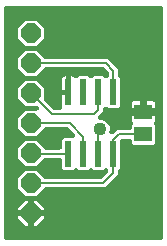
<source format=gbr>
G04 EAGLE Gerber RS-274X export*
G75*
%MOMM*%
%FSLAX34Y34*%
%LPD*%
%INTop Copper*%
%IPPOS*%
%AMOC8*
5,1,8,0,0,1.08239X$1,22.5*%
G01*
%ADD10R,0.600000X2.200000*%
%ADD11R,1.500000X1.300000*%
%ADD12P,1.759533X8X22.500000*%
%ADD13C,0.203200*%
%ADD14C,1.016000*%
%ADD15C,1.108000*%

G36*
X135146Y2543D02*
X135146Y2543D01*
X135164Y2541D01*
X135346Y2562D01*
X135529Y2581D01*
X135546Y2586D01*
X135563Y2588D01*
X135738Y2645D01*
X135914Y2699D01*
X135929Y2707D01*
X135946Y2713D01*
X136106Y2803D01*
X136268Y2891D01*
X136281Y2902D01*
X136297Y2911D01*
X136436Y3031D01*
X136577Y3148D01*
X136588Y3162D01*
X136602Y3174D01*
X136714Y3319D01*
X136829Y3462D01*
X136837Y3478D01*
X136848Y3492D01*
X136930Y3657D01*
X137015Y3819D01*
X137020Y3836D01*
X137028Y3852D01*
X137075Y4031D01*
X137126Y4206D01*
X137128Y4224D01*
X137132Y4241D01*
X137159Y4572D01*
X137159Y198628D01*
X137157Y198646D01*
X137159Y198664D01*
X137138Y198846D01*
X137119Y199029D01*
X137114Y199046D01*
X137112Y199063D01*
X137055Y199238D01*
X137001Y199414D01*
X136993Y199429D01*
X136987Y199446D01*
X136897Y199606D01*
X136809Y199768D01*
X136798Y199781D01*
X136789Y199797D01*
X136669Y199936D01*
X136552Y200077D01*
X136538Y200088D01*
X136526Y200102D01*
X136381Y200214D01*
X136238Y200329D01*
X136222Y200337D01*
X136208Y200348D01*
X136043Y200430D01*
X135881Y200515D01*
X135864Y200520D01*
X135848Y200528D01*
X135669Y200575D01*
X135494Y200626D01*
X135476Y200628D01*
X135459Y200632D01*
X135128Y200659D01*
X4572Y200659D01*
X4554Y200657D01*
X4536Y200659D01*
X4354Y200638D01*
X4171Y200619D01*
X4154Y200614D01*
X4137Y200612D01*
X3962Y200555D01*
X3786Y200501D01*
X3771Y200493D01*
X3754Y200487D01*
X3594Y200397D01*
X3432Y200309D01*
X3419Y200298D01*
X3403Y200289D01*
X3264Y200169D01*
X3123Y200052D01*
X3112Y200038D01*
X3098Y200026D01*
X2986Y199881D01*
X2871Y199738D01*
X2863Y199722D01*
X2852Y199708D01*
X2770Y199543D01*
X2685Y199381D01*
X2680Y199364D01*
X2672Y199348D01*
X2625Y199169D01*
X2574Y198994D01*
X2572Y198976D01*
X2568Y198959D01*
X2541Y198628D01*
X2541Y4572D01*
X2543Y4554D01*
X2541Y4536D01*
X2562Y4354D01*
X2581Y4171D01*
X2586Y4154D01*
X2588Y4137D01*
X2645Y3962D01*
X2699Y3786D01*
X2707Y3771D01*
X2713Y3754D01*
X2803Y3594D01*
X2891Y3432D01*
X2902Y3419D01*
X2911Y3403D01*
X3031Y3264D01*
X3148Y3123D01*
X3162Y3112D01*
X3174Y3098D01*
X3319Y2986D01*
X3462Y2871D01*
X3478Y2863D01*
X3492Y2852D01*
X3657Y2770D01*
X3819Y2685D01*
X3836Y2680D01*
X3852Y2672D01*
X4031Y2625D01*
X4206Y2574D01*
X4224Y2572D01*
X4241Y2568D01*
X4572Y2541D01*
X135128Y2541D01*
X135146Y2543D01*
G37*
%LPC*%
G36*
X20981Y40131D02*
X20981Y40131D01*
X14731Y46381D01*
X14731Y55219D01*
X20981Y61469D01*
X29819Y61469D01*
X36336Y54952D01*
X36357Y54935D01*
X36374Y54914D01*
X36512Y54807D01*
X36648Y54697D01*
X36671Y54684D01*
X36692Y54668D01*
X36849Y54590D01*
X37003Y54508D01*
X37029Y54500D01*
X37053Y54488D01*
X37222Y54443D01*
X37389Y54393D01*
X37416Y54391D01*
X37442Y54384D01*
X37772Y54357D01*
X84045Y54357D01*
X84072Y54359D01*
X84099Y54357D01*
X84273Y54379D01*
X84446Y54397D01*
X84471Y54404D01*
X84498Y54408D01*
X84664Y54463D01*
X84831Y54515D01*
X84855Y54528D01*
X84880Y54536D01*
X85031Y54623D01*
X85185Y54707D01*
X85205Y54724D01*
X85229Y54737D01*
X85482Y54952D01*
X90457Y59927D01*
X90469Y59941D01*
X90482Y59953D01*
X90596Y60097D01*
X90712Y60239D01*
X90721Y60254D01*
X90732Y60269D01*
X90815Y60433D01*
X90901Y60594D01*
X90906Y60612D01*
X90914Y60628D01*
X90963Y60804D01*
X91016Y60980D01*
X91017Y60998D01*
X91022Y61015D01*
X91035Y61198D01*
X91052Y61381D01*
X91050Y61399D01*
X91051Y61417D01*
X91029Y61598D01*
X91009Y61781D01*
X91003Y61799D01*
X91001Y61816D01*
X90943Y61990D01*
X90887Y62165D01*
X90878Y62181D01*
X90873Y62198D01*
X90781Y62358D01*
X90692Y62518D01*
X90681Y62531D01*
X90672Y62547D01*
X90457Y62800D01*
X90336Y62921D01*
X90322Y62932D01*
X90311Y62945D01*
X90167Y63059D01*
X90025Y63176D01*
X90009Y63184D01*
X89995Y63195D01*
X89832Y63278D01*
X89669Y63364D01*
X89652Y63369D01*
X89636Y63377D01*
X89459Y63427D01*
X89283Y63479D01*
X89265Y63481D01*
X89248Y63485D01*
X89064Y63499D01*
X88882Y63515D01*
X88864Y63513D01*
X88847Y63515D01*
X88663Y63492D01*
X88482Y63472D01*
X88465Y63467D01*
X88447Y63464D01*
X88273Y63406D01*
X88098Y63350D01*
X88082Y63342D01*
X88066Y63336D01*
X87906Y63244D01*
X87746Y63156D01*
X87732Y63144D01*
X87717Y63135D01*
X87464Y62921D01*
X86602Y62059D01*
X78498Y62059D01*
X77636Y62921D01*
X77623Y62932D01*
X77611Y62945D01*
X77466Y63060D01*
X77325Y63176D01*
X77309Y63184D01*
X77295Y63195D01*
X77131Y63278D01*
X76969Y63364D01*
X76952Y63369D01*
X76936Y63377D01*
X76759Y63427D01*
X76583Y63479D01*
X76565Y63481D01*
X76548Y63485D01*
X76365Y63499D01*
X76182Y63515D01*
X76164Y63513D01*
X76147Y63515D01*
X75965Y63492D01*
X75782Y63472D01*
X75765Y63467D01*
X75747Y63464D01*
X75574Y63406D01*
X75398Y63351D01*
X75382Y63342D01*
X75366Y63336D01*
X75207Y63245D01*
X75046Y63156D01*
X75032Y63144D01*
X75017Y63135D01*
X74764Y62921D01*
X73902Y62059D01*
X65798Y62059D01*
X64936Y62921D01*
X64923Y62932D01*
X64911Y62945D01*
X64766Y63060D01*
X64625Y63176D01*
X64609Y63184D01*
X64595Y63195D01*
X64431Y63278D01*
X64269Y63364D01*
X64252Y63369D01*
X64236Y63377D01*
X64059Y63427D01*
X63883Y63479D01*
X63865Y63481D01*
X63848Y63485D01*
X63665Y63499D01*
X63482Y63515D01*
X63464Y63513D01*
X63447Y63515D01*
X63265Y63492D01*
X63082Y63472D01*
X63065Y63467D01*
X63047Y63464D01*
X62874Y63406D01*
X62698Y63351D01*
X62682Y63342D01*
X62666Y63336D01*
X62507Y63245D01*
X62346Y63156D01*
X62332Y63144D01*
X62317Y63135D01*
X62064Y62921D01*
X61202Y62059D01*
X53098Y62059D01*
X51609Y63548D01*
X51609Y70012D01*
X51607Y70030D01*
X51609Y70048D01*
X51588Y70230D01*
X51569Y70413D01*
X51564Y70430D01*
X51562Y70447D01*
X51505Y70622D01*
X51451Y70798D01*
X51443Y70813D01*
X51437Y70830D01*
X51347Y70990D01*
X51259Y71152D01*
X51248Y71165D01*
X51239Y71181D01*
X51119Y71320D01*
X51002Y71461D01*
X50988Y71472D01*
X50976Y71486D01*
X50831Y71598D01*
X50688Y71713D01*
X50672Y71721D01*
X50658Y71732D01*
X50493Y71814D01*
X50331Y71899D01*
X50314Y71904D01*
X50298Y71912D01*
X50119Y71959D01*
X49944Y72010D01*
X49926Y72012D01*
X49909Y72016D01*
X49578Y72043D01*
X37172Y72043D01*
X37146Y72041D01*
X37119Y72043D01*
X36945Y72021D01*
X36772Y72003D01*
X36746Y71996D01*
X36720Y71992D01*
X36554Y71937D01*
X36387Y71885D01*
X36363Y71872D01*
X36338Y71864D01*
X36186Y71777D01*
X36033Y71693D01*
X36012Y71676D01*
X35989Y71663D01*
X35736Y71448D01*
X29819Y65531D01*
X20981Y65531D01*
X14731Y71781D01*
X14731Y80619D01*
X20981Y86869D01*
X29819Y86869D01*
X36201Y80487D01*
X36227Y80402D01*
X36235Y80387D01*
X36241Y80370D01*
X36331Y80210D01*
X36419Y80048D01*
X36430Y80035D01*
X36439Y80019D01*
X36559Y79880D01*
X36676Y79739D01*
X36690Y79728D01*
X36702Y79714D01*
X36847Y79602D01*
X36990Y79487D01*
X37006Y79479D01*
X37020Y79468D01*
X37185Y79386D01*
X37347Y79301D01*
X37364Y79296D01*
X37380Y79288D01*
X37559Y79241D01*
X37734Y79190D01*
X37752Y79188D01*
X37769Y79184D01*
X38100Y79157D01*
X49578Y79157D01*
X49596Y79159D01*
X49614Y79157D01*
X49796Y79178D01*
X49979Y79197D01*
X49996Y79202D01*
X50013Y79204D01*
X50188Y79261D01*
X50364Y79315D01*
X50379Y79323D01*
X50396Y79329D01*
X50556Y79419D01*
X50718Y79507D01*
X50731Y79518D01*
X50747Y79527D01*
X50886Y79647D01*
X51027Y79764D01*
X51038Y79778D01*
X51052Y79790D01*
X51164Y79935D01*
X51279Y80078D01*
X51287Y80094D01*
X51298Y80108D01*
X51380Y80273D01*
X51465Y80435D01*
X51470Y80452D01*
X51478Y80468D01*
X51525Y80647D01*
X51576Y80822D01*
X51578Y80840D01*
X51582Y80857D01*
X51609Y81188D01*
X51609Y87652D01*
X53098Y89141D01*
X60945Y89141D01*
X60954Y89142D01*
X60963Y89141D01*
X61155Y89162D01*
X61346Y89181D01*
X61355Y89183D01*
X61363Y89184D01*
X61546Y89242D01*
X61731Y89299D01*
X61739Y89303D01*
X61747Y89306D01*
X61916Y89399D01*
X62085Y89491D01*
X62092Y89496D01*
X62100Y89501D01*
X62247Y89625D01*
X62394Y89748D01*
X62400Y89755D01*
X62407Y89761D01*
X62526Y89912D01*
X62647Y90062D01*
X62651Y90070D01*
X62656Y90077D01*
X62744Y90250D01*
X62832Y90419D01*
X62835Y90428D01*
X62839Y90436D01*
X62890Y90620D01*
X62943Y90806D01*
X62944Y90815D01*
X62947Y90824D01*
X62961Y91017D01*
X62976Y91208D01*
X62975Y91216D01*
X62976Y91225D01*
X62952Y91418D01*
X62929Y91607D01*
X62927Y91616D01*
X62926Y91625D01*
X62864Y91808D01*
X62805Y91990D01*
X62800Y91998D01*
X62797Y92006D01*
X62701Y92173D01*
X62607Y92341D01*
X62601Y92348D01*
X62596Y92355D01*
X62382Y92608D01*
X57542Y97448D01*
X57521Y97465D01*
X57503Y97486D01*
X57366Y97592D01*
X57230Y97703D01*
X57206Y97716D01*
X57185Y97732D01*
X57029Y97810D01*
X56874Y97892D01*
X56849Y97900D01*
X56825Y97912D01*
X56656Y97957D01*
X56489Y98007D01*
X56462Y98009D01*
X56436Y98016D01*
X56105Y98043D01*
X37772Y98043D01*
X37746Y98041D01*
X37719Y98043D01*
X37545Y98021D01*
X37372Y98003D01*
X37346Y97996D01*
X37320Y97992D01*
X37154Y97937D01*
X36987Y97885D01*
X36963Y97872D01*
X36938Y97864D01*
X36786Y97777D01*
X36633Y97693D01*
X36612Y97676D01*
X36589Y97663D01*
X36336Y97448D01*
X29819Y90931D01*
X20981Y90931D01*
X14731Y97181D01*
X14731Y106019D01*
X20981Y112269D01*
X30197Y112269D01*
X30206Y112270D01*
X30215Y112269D01*
X30409Y112290D01*
X30598Y112309D01*
X30606Y112311D01*
X30615Y112312D01*
X30800Y112371D01*
X30983Y112427D01*
X30991Y112431D01*
X30999Y112434D01*
X31168Y112527D01*
X31337Y112619D01*
X31344Y112624D01*
X31352Y112629D01*
X31499Y112753D01*
X31646Y112876D01*
X31652Y112883D01*
X31659Y112889D01*
X31778Y113041D01*
X31899Y113190D01*
X31903Y113198D01*
X31908Y113205D01*
X31996Y113378D01*
X32084Y113547D01*
X32087Y113556D01*
X32091Y113564D01*
X32142Y113748D01*
X32195Y113934D01*
X32196Y113943D01*
X32199Y113952D01*
X32213Y114145D01*
X32228Y114336D01*
X32227Y114344D01*
X32228Y114353D01*
X32204Y114546D01*
X32181Y114735D01*
X32179Y114744D01*
X32178Y114753D01*
X32116Y114935D01*
X32057Y115118D01*
X32052Y115126D01*
X32049Y115134D01*
X31953Y115301D01*
X31859Y115469D01*
X31853Y115476D01*
X31848Y115483D01*
X31634Y115736D01*
X31613Y115753D01*
X31596Y115774D01*
X31458Y115881D01*
X31322Y115991D01*
X31299Y116004D01*
X31277Y116020D01*
X31120Y116098D01*
X30966Y116180D01*
X30941Y116188D01*
X30917Y116200D01*
X30747Y116245D01*
X30581Y116295D01*
X30554Y116297D01*
X30528Y116304D01*
X30197Y116331D01*
X20981Y116331D01*
X14731Y122581D01*
X14731Y131419D01*
X20981Y137669D01*
X29819Y137669D01*
X36069Y131419D01*
X36069Y122203D01*
X36071Y122176D01*
X36069Y122149D01*
X36091Y121975D01*
X36109Y121802D01*
X36116Y121776D01*
X36120Y121750D01*
X36176Y121584D01*
X36227Y121417D01*
X36240Y121393D01*
X36248Y121368D01*
X36335Y121217D01*
X36419Y121063D01*
X36436Y121043D01*
X36449Y121019D01*
X36664Y120766D01*
X44058Y113372D01*
X44079Y113355D01*
X44097Y113334D01*
X44234Y113227D01*
X44370Y113117D01*
X44393Y113104D01*
X44415Y113088D01*
X44572Y113010D01*
X44726Y112928D01*
X44751Y112920D01*
X44775Y112908D01*
X44945Y112863D01*
X45111Y112813D01*
X45138Y112811D01*
X45164Y112804D01*
X45495Y112777D01*
X49905Y112777D01*
X50052Y112791D01*
X50199Y112798D01*
X50252Y112811D01*
X50306Y112817D01*
X50447Y112860D01*
X50589Y112895D01*
X50639Y112919D01*
X50691Y112935D01*
X50820Y113005D01*
X50953Y113068D01*
X50997Y113101D01*
X51045Y113127D01*
X51158Y113221D01*
X51276Y113309D01*
X51312Y113349D01*
X51354Y113384D01*
X51446Y113499D01*
X51545Y113608D01*
X51572Y113655D01*
X51607Y113698D01*
X51674Y113829D01*
X51749Y113955D01*
X51767Y114007D01*
X51792Y114055D01*
X51833Y114197D01*
X51881Y114336D01*
X51888Y114390D01*
X51903Y114442D01*
X51915Y114589D01*
X51935Y114735D01*
X51932Y114789D01*
X51936Y114844D01*
X51919Y114990D01*
X51910Y115136D01*
X51896Y115189D01*
X51889Y115243D01*
X51852Y115357D01*
X51852Y115361D01*
X51609Y116265D01*
X51609Y125569D01*
X57150Y125569D01*
X57167Y125570D01*
X57185Y125569D01*
X57368Y125590D01*
X57550Y125608D01*
X57567Y125614D01*
X57585Y125616D01*
X57760Y125673D01*
X57935Y125727D01*
X57951Y125735D01*
X57968Y125741D01*
X58128Y125831D01*
X58289Y125918D01*
X58303Y125930D01*
X58318Y125939D01*
X58458Y126059D01*
X58598Y126176D01*
X58599Y126176D01*
X58599Y126177D01*
X58610Y126190D01*
X58623Y126202D01*
X58624Y126202D01*
X58736Y126347D01*
X58851Y126490D01*
X58860Y126506D01*
X58870Y126520D01*
X58952Y126685D01*
X59037Y126848D01*
X59042Y126865D01*
X59050Y126881D01*
X59098Y127059D01*
X59148Y127235D01*
X59150Y127252D01*
X59154Y127270D01*
X59181Y127600D01*
X59181Y141141D01*
X60485Y141141D01*
X61131Y140968D01*
X61710Y140633D01*
X62064Y140279D01*
X62078Y140268D01*
X62089Y140255D01*
X62233Y140141D01*
X62375Y140024D01*
X62391Y140016D01*
X62405Y140005D01*
X62569Y139921D01*
X62731Y139836D01*
X62748Y139831D01*
X62764Y139823D01*
X62941Y139773D01*
X63117Y139721D01*
X63135Y139719D01*
X63152Y139715D01*
X63335Y139701D01*
X63518Y139685D01*
X63536Y139687D01*
X63553Y139685D01*
X63735Y139708D01*
X63918Y139728D01*
X63935Y139733D01*
X63953Y139736D01*
X64127Y139794D01*
X64302Y139849D01*
X64318Y139858D01*
X64334Y139864D01*
X64493Y139955D01*
X64654Y140044D01*
X64668Y140056D01*
X64683Y140065D01*
X64936Y140279D01*
X65798Y141141D01*
X73902Y141141D01*
X74764Y140279D01*
X74778Y140268D01*
X74789Y140255D01*
X74933Y140141D01*
X75075Y140024D01*
X75091Y140016D01*
X75105Y140005D01*
X75269Y139921D01*
X75431Y139836D01*
X75448Y139831D01*
X75464Y139823D01*
X75641Y139773D01*
X75817Y139721D01*
X75835Y139719D01*
X75852Y139715D01*
X76035Y139701D01*
X76218Y139685D01*
X76236Y139687D01*
X76253Y139685D01*
X76435Y139708D01*
X76618Y139728D01*
X76635Y139733D01*
X76653Y139736D01*
X76827Y139794D01*
X77002Y139849D01*
X77018Y139858D01*
X77034Y139864D01*
X77193Y139955D01*
X77354Y140044D01*
X77368Y140056D01*
X77383Y140065D01*
X77636Y140279D01*
X78498Y141141D01*
X86602Y141141D01*
X87464Y140279D01*
X87477Y140268D01*
X87489Y140255D01*
X87633Y140140D01*
X87775Y140024D01*
X87791Y140016D01*
X87805Y140005D01*
X87968Y139922D01*
X88131Y139836D01*
X88148Y139831D01*
X88164Y139823D01*
X88340Y139774D01*
X88517Y139721D01*
X88535Y139719D01*
X88552Y139715D01*
X88734Y139701D01*
X88918Y139685D01*
X88935Y139687D01*
X88953Y139685D01*
X89135Y139708D01*
X89318Y139728D01*
X89335Y139733D01*
X89353Y139736D01*
X89526Y139794D01*
X89702Y139849D01*
X89718Y139858D01*
X89734Y139864D01*
X89893Y139955D01*
X90054Y140044D01*
X90068Y140056D01*
X90083Y140065D01*
X90336Y140279D01*
X91098Y141041D01*
X91115Y141062D01*
X91136Y141080D01*
X91242Y141217D01*
X91353Y141353D01*
X91366Y141377D01*
X91382Y141398D01*
X91460Y141554D01*
X91542Y141709D01*
X91550Y141734D01*
X91562Y141758D01*
X91607Y141926D01*
X91657Y142095D01*
X91659Y142121D01*
X91666Y142147D01*
X91693Y142478D01*
X91693Y143735D01*
X91691Y143762D01*
X91693Y143789D01*
X91671Y143963D01*
X91653Y144136D01*
X91646Y144161D01*
X91642Y144188D01*
X91587Y144354D01*
X91535Y144521D01*
X91522Y144544D01*
X91514Y144570D01*
X91427Y144721D01*
X91343Y144875D01*
X91326Y144895D01*
X91313Y144919D01*
X91098Y145172D01*
X88022Y148248D01*
X88001Y148265D01*
X87983Y148286D01*
X87846Y148393D01*
X87710Y148503D01*
X87687Y148516D01*
X87665Y148532D01*
X87508Y148610D01*
X87354Y148692D01*
X87329Y148700D01*
X87305Y148712D01*
X87135Y148757D01*
X86969Y148807D01*
X86942Y148809D01*
X86916Y148816D01*
X86585Y148843D01*
X37772Y148843D01*
X37746Y148841D01*
X37719Y148843D01*
X37545Y148821D01*
X37372Y148803D01*
X37346Y148796D01*
X37320Y148792D01*
X37154Y148737D01*
X36987Y148685D01*
X36963Y148672D01*
X36938Y148664D01*
X36786Y148577D01*
X36633Y148493D01*
X36612Y148476D01*
X36589Y148463D01*
X36336Y148248D01*
X29819Y141731D01*
X20981Y141731D01*
X14731Y147981D01*
X14731Y156819D01*
X20981Y163069D01*
X29819Y163069D01*
X36336Y156552D01*
X36357Y156535D01*
X36374Y156514D01*
X36512Y156407D01*
X36648Y156297D01*
X36671Y156284D01*
X36692Y156268D01*
X36849Y156190D01*
X37003Y156108D01*
X37029Y156100D01*
X37053Y156088D01*
X37222Y156043D01*
X37389Y155993D01*
X37416Y155991D01*
X37442Y155984D01*
X37772Y155957D01*
X90373Y155957D01*
X98807Y147523D01*
X98807Y142478D01*
X98809Y142451D01*
X98807Y142424D01*
X98829Y142250D01*
X98847Y142077D01*
X98854Y142052D01*
X98858Y142025D01*
X98914Y141859D01*
X98965Y141692D01*
X98978Y141669D01*
X98986Y141643D01*
X99073Y141492D01*
X99157Y141338D01*
X99174Y141318D01*
X99187Y141294D01*
X99402Y141041D01*
X100791Y139652D01*
X100791Y115548D01*
X99302Y114059D01*
X91198Y114059D01*
X90336Y114921D01*
X90322Y114932D01*
X90311Y114945D01*
X90167Y115059D01*
X90025Y115176D01*
X90009Y115184D01*
X89995Y115195D01*
X89831Y115279D01*
X89669Y115364D01*
X89652Y115369D01*
X89636Y115377D01*
X89459Y115427D01*
X89283Y115479D01*
X89265Y115481D01*
X89248Y115485D01*
X89065Y115499D01*
X88882Y115515D01*
X88864Y115513D01*
X88847Y115515D01*
X88665Y115492D01*
X88482Y115472D01*
X88465Y115467D01*
X88447Y115464D01*
X88274Y115406D01*
X88098Y115351D01*
X88082Y115342D01*
X88066Y115336D01*
X87906Y115244D01*
X87746Y115156D01*
X87732Y115144D01*
X87717Y115135D01*
X87464Y114921D01*
X86702Y114159D01*
X86685Y114138D01*
X86664Y114120D01*
X86557Y113982D01*
X86447Y113847D01*
X86434Y113823D01*
X86418Y113802D01*
X86340Y113645D01*
X86258Y113491D01*
X86250Y113466D01*
X86238Y113442D01*
X86193Y113272D01*
X86143Y113105D01*
X86141Y113079D01*
X86134Y113053D01*
X86107Y112722D01*
X86107Y111557D01*
X82618Y108068D01*
X82613Y108061D01*
X82606Y108056D01*
X82485Y107906D01*
X82363Y107757D01*
X82359Y107749D01*
X82353Y107742D01*
X82265Y107572D01*
X82175Y107401D01*
X82172Y107392D01*
X82168Y107385D01*
X82115Y107200D01*
X82060Y107015D01*
X82059Y107006D01*
X82057Y106998D01*
X82041Y106806D01*
X82023Y106614D01*
X82024Y106605D01*
X82024Y106596D01*
X82046Y106407D01*
X82067Y106214D01*
X82070Y106205D01*
X82071Y106197D01*
X82130Y106015D01*
X82188Y105830D01*
X82193Y105822D01*
X82195Y105814D01*
X82290Y105645D01*
X82383Y105478D01*
X82389Y105471D01*
X82393Y105463D01*
X82520Y105316D01*
X82644Y105171D01*
X82651Y105165D01*
X82656Y105158D01*
X82808Y105041D01*
X82960Y104921D01*
X82968Y104917D01*
X82975Y104912D01*
X83147Y104826D01*
X83318Y104739D01*
X83327Y104736D01*
X83335Y104732D01*
X83521Y104682D01*
X83706Y104631D01*
X83715Y104630D01*
X83724Y104628D01*
X84055Y104601D01*
X85427Y104601D01*
X88397Y103371D01*
X90671Y101097D01*
X91901Y98127D01*
X91901Y94913D01*
X91847Y94784D01*
X91846Y94780D01*
X91844Y94776D01*
X91787Y94584D01*
X91731Y94399D01*
X91731Y94394D01*
X91729Y94390D01*
X91711Y94189D01*
X91693Y93998D01*
X91693Y93994D01*
X91693Y93989D01*
X91714Y93793D01*
X91734Y93597D01*
X91736Y93593D01*
X91736Y93589D01*
X91794Y93406D01*
X91854Y93213D01*
X91857Y93209D01*
X91858Y93205D01*
X91952Y93034D01*
X92048Y92860D01*
X92050Y92856D01*
X92053Y92852D01*
X92179Y92703D01*
X92307Y92552D01*
X92310Y92549D01*
X92313Y92545D01*
X92465Y92425D01*
X92622Y92301D01*
X92626Y92299D01*
X92629Y92296D01*
X92803Y92207D01*
X92980Y92117D01*
X92984Y92116D01*
X92988Y92113D01*
X93179Y92060D01*
X93367Y92007D01*
X93371Y92007D01*
X93376Y92005D01*
X93577Y91991D01*
X93768Y91976D01*
X93773Y91976D01*
X93777Y91976D01*
X93976Y92001D01*
X94168Y92025D01*
X94172Y92026D01*
X94177Y92027D01*
X94364Y92089D01*
X94550Y92151D01*
X94554Y92153D01*
X94559Y92155D01*
X94732Y92255D01*
X94900Y92351D01*
X94903Y92353D01*
X94907Y92356D01*
X95160Y92570D01*
X98247Y95657D01*
X108578Y95657D01*
X108596Y95659D01*
X108614Y95657D01*
X108796Y95678D01*
X108979Y95697D01*
X108996Y95702D01*
X109013Y95704D01*
X109188Y95761D01*
X109364Y95815D01*
X109379Y95823D01*
X109396Y95829D01*
X109556Y95919D01*
X109718Y96007D01*
X109731Y96018D01*
X109747Y96027D01*
X109886Y96147D01*
X110027Y96264D01*
X110038Y96278D01*
X110052Y96290D01*
X110164Y96435D01*
X110279Y96578D01*
X110287Y96594D01*
X110298Y96608D01*
X110380Y96773D01*
X110465Y96935D01*
X110470Y96952D01*
X110478Y96968D01*
X110525Y97147D01*
X110576Y97322D01*
X110578Y97340D01*
X110582Y97357D01*
X110609Y97688D01*
X110609Y99652D01*
X111121Y100164D01*
X111132Y100177D01*
X111145Y100189D01*
X111259Y100333D01*
X111376Y100475D01*
X111384Y100491D01*
X111395Y100505D01*
X111478Y100669D01*
X111564Y100831D01*
X111569Y100848D01*
X111577Y100864D01*
X111627Y101041D01*
X111679Y101217D01*
X111681Y101235D01*
X111685Y101252D01*
X111699Y101435D01*
X111715Y101618D01*
X111713Y101636D01*
X111715Y101653D01*
X111692Y101835D01*
X111672Y102018D01*
X111667Y102035D01*
X111664Y102053D01*
X111606Y102226D01*
X111551Y102402D01*
X111542Y102418D01*
X111536Y102434D01*
X111445Y102593D01*
X111356Y102754D01*
X111344Y102768D01*
X111335Y102783D01*
X111121Y103036D01*
X111117Y103040D01*
X110782Y103619D01*
X110609Y104265D01*
X110609Y107851D01*
X119432Y107851D01*
X119450Y107852D01*
X119467Y107851D01*
X119650Y107872D01*
X119832Y107891D01*
X119849Y107896D01*
X119867Y107898D01*
X120042Y107955D01*
X120217Y108009D01*
X120233Y108017D01*
X120250Y108023D01*
X120410Y108113D01*
X120571Y108200D01*
X120585Y108212D01*
X120601Y108221D01*
X120653Y108266D01*
X120758Y108181D01*
X120774Y108173D01*
X120788Y108162D01*
X120953Y108080D01*
X121116Y107995D01*
X121133Y107990D01*
X121149Y107982D01*
X121327Y107934D01*
X121502Y107884D01*
X121520Y107882D01*
X121537Y107878D01*
X121868Y107851D01*
X130691Y107851D01*
X130691Y104265D01*
X130518Y103619D01*
X130183Y103040D01*
X130179Y103036D01*
X130168Y103022D01*
X130155Y103011D01*
X130041Y102867D01*
X129924Y102725D01*
X129916Y102709D01*
X129905Y102695D01*
X129822Y102531D01*
X129736Y102369D01*
X129731Y102352D01*
X129723Y102336D01*
X129673Y102159D01*
X129621Y101983D01*
X129619Y101965D01*
X129615Y101948D01*
X129601Y101765D01*
X129585Y101582D01*
X129587Y101564D01*
X129585Y101547D01*
X129608Y101365D01*
X129628Y101182D01*
X129633Y101165D01*
X129636Y101147D01*
X129694Y100974D01*
X129749Y100798D01*
X129758Y100782D01*
X129764Y100766D01*
X129855Y100607D01*
X129944Y100446D01*
X129956Y100432D01*
X129965Y100417D01*
X130179Y100164D01*
X130691Y99652D01*
X130691Y84548D01*
X129202Y83059D01*
X112098Y83059D01*
X110609Y84548D01*
X110609Y86512D01*
X110607Y86530D01*
X110609Y86548D01*
X110588Y86730D01*
X110569Y86913D01*
X110564Y86930D01*
X110562Y86947D01*
X110505Y87122D01*
X110451Y87298D01*
X110443Y87313D01*
X110437Y87330D01*
X110347Y87490D01*
X110259Y87652D01*
X110248Y87665D01*
X110239Y87681D01*
X110119Y87820D01*
X110002Y87961D01*
X109988Y87972D01*
X109976Y87986D01*
X109831Y88098D01*
X109688Y88213D01*
X109672Y88221D01*
X109658Y88232D01*
X109493Y88314D01*
X109331Y88399D01*
X109314Y88404D01*
X109298Y88412D01*
X109119Y88459D01*
X108944Y88510D01*
X108926Y88512D01*
X108909Y88516D01*
X108578Y88543D01*
X102822Y88543D01*
X102804Y88541D01*
X102786Y88543D01*
X102604Y88522D01*
X102421Y88503D01*
X102404Y88498D01*
X102387Y88496D01*
X102212Y88439D01*
X102036Y88385D01*
X102021Y88377D01*
X102004Y88371D01*
X101844Y88281D01*
X101682Y88193D01*
X101669Y88182D01*
X101653Y88173D01*
X101514Y88053D01*
X101373Y87936D01*
X101362Y87922D01*
X101348Y87910D01*
X101236Y87765D01*
X101121Y87622D01*
X101113Y87606D01*
X101102Y87592D01*
X101019Y87427D01*
X100935Y87265D01*
X100930Y87248D01*
X100922Y87232D01*
X100875Y87053D01*
X100824Y86878D01*
X100822Y86860D01*
X100818Y86843D01*
X100791Y86512D01*
X100791Y63548D01*
X99402Y62159D01*
X99385Y62138D01*
X99364Y62120D01*
X99257Y61982D01*
X99147Y61847D01*
X99134Y61823D01*
X99118Y61802D01*
X99040Y61646D01*
X98958Y61491D01*
X98950Y61466D01*
X98938Y61442D01*
X98893Y61273D01*
X98843Y61105D01*
X98841Y61079D01*
X98834Y61053D01*
X98807Y60722D01*
X98807Y58217D01*
X87833Y47243D01*
X37772Y47243D01*
X37746Y47241D01*
X37719Y47243D01*
X37545Y47221D01*
X37372Y47203D01*
X37346Y47196D01*
X37320Y47192D01*
X37154Y47137D01*
X36987Y47085D01*
X36963Y47072D01*
X36938Y47064D01*
X36786Y46977D01*
X36633Y46893D01*
X36612Y46876D01*
X36589Y46863D01*
X36336Y46648D01*
X29819Y40131D01*
X20981Y40131D01*
G37*
%LPD*%
%LPC*%
G36*
X20981Y167131D02*
X20981Y167131D01*
X14731Y173381D01*
X14731Y182219D01*
X20981Y188469D01*
X29819Y188469D01*
X36069Y182219D01*
X36069Y173381D01*
X29819Y167131D01*
X20981Y167131D01*
G37*
%LPD*%
%LPC*%
G36*
X27939Y27939D02*
X27939Y27939D01*
X27939Y36069D01*
X29819Y36069D01*
X36069Y29819D01*
X36069Y27939D01*
X27939Y27939D01*
G37*
%LPD*%
%LPC*%
G36*
X14731Y27939D02*
X14731Y27939D01*
X14731Y29819D01*
X20981Y36069D01*
X22861Y36069D01*
X22861Y27939D01*
X14731Y27939D01*
G37*
%LPD*%
%LPC*%
G36*
X27939Y14731D02*
X27939Y14731D01*
X27939Y22861D01*
X36069Y22861D01*
X36069Y20981D01*
X29819Y14731D01*
X27939Y14731D01*
G37*
%LPD*%
%LPC*%
G36*
X20981Y14731D02*
X20981Y14731D01*
X14731Y20981D01*
X14731Y22861D01*
X22861Y22861D01*
X22861Y14731D01*
X20981Y14731D01*
G37*
%LPD*%
%LPC*%
G36*
X51609Y129631D02*
X51609Y129631D01*
X51609Y138935D01*
X51782Y139581D01*
X52117Y140160D01*
X52590Y140633D01*
X53169Y140968D01*
X53815Y141141D01*
X55119Y141141D01*
X55119Y129631D01*
X51609Y129631D01*
G37*
%LPD*%
%LPC*%
G36*
X123899Y114349D02*
X123899Y114349D01*
X123899Y120141D01*
X128485Y120141D01*
X129131Y119968D01*
X129710Y119633D01*
X130183Y119160D01*
X130518Y118581D01*
X130691Y117935D01*
X130691Y114349D01*
X123899Y114349D01*
G37*
%LPD*%
%LPC*%
G36*
X110609Y114349D02*
X110609Y114349D01*
X110609Y117935D01*
X110782Y118581D01*
X111117Y119160D01*
X111590Y119633D01*
X112169Y119968D01*
X112815Y120141D01*
X117401Y120141D01*
X117401Y114349D01*
X110609Y114349D01*
G37*
%LPD*%
D10*
X82550Y127600D03*
X82550Y75600D03*
X95250Y127600D03*
X69850Y127600D03*
X57150Y127600D03*
X95250Y75600D03*
X69850Y75600D03*
X57150Y75600D03*
D11*
X120650Y92100D03*
X120650Y111100D03*
D12*
X25400Y177800D03*
X25400Y152400D03*
X25400Y127000D03*
X25400Y101600D03*
X25400Y76200D03*
X25400Y50800D03*
X25400Y25400D03*
D13*
X95250Y59690D02*
X95250Y75600D01*
X95250Y59690D02*
X86360Y50800D01*
X25400Y50800D01*
X95250Y75600D02*
X95250Y87630D01*
X99720Y92100D02*
X120650Y92100D01*
X99720Y92100D02*
X95250Y87630D01*
D14*
X43180Y139700D03*
D13*
X57150Y75600D02*
X25400Y75600D01*
X25400Y76200D01*
X43180Y109220D02*
X25400Y127000D01*
X43180Y109220D02*
X78740Y109220D01*
X82550Y113030D02*
X82550Y127600D01*
X82550Y113030D02*
X78740Y109220D01*
X58420Y101600D02*
X25400Y101600D01*
X69850Y90170D02*
X69850Y75600D01*
X69850Y90170D02*
X58420Y101600D01*
X88900Y152400D02*
X25400Y152400D01*
X95250Y146050D02*
X95250Y127600D01*
X95250Y146050D02*
X88900Y152400D01*
X82550Y95250D02*
X82550Y75600D01*
X82550Y95250D02*
X83820Y96520D01*
D15*
X83820Y96520D03*
M02*

</source>
